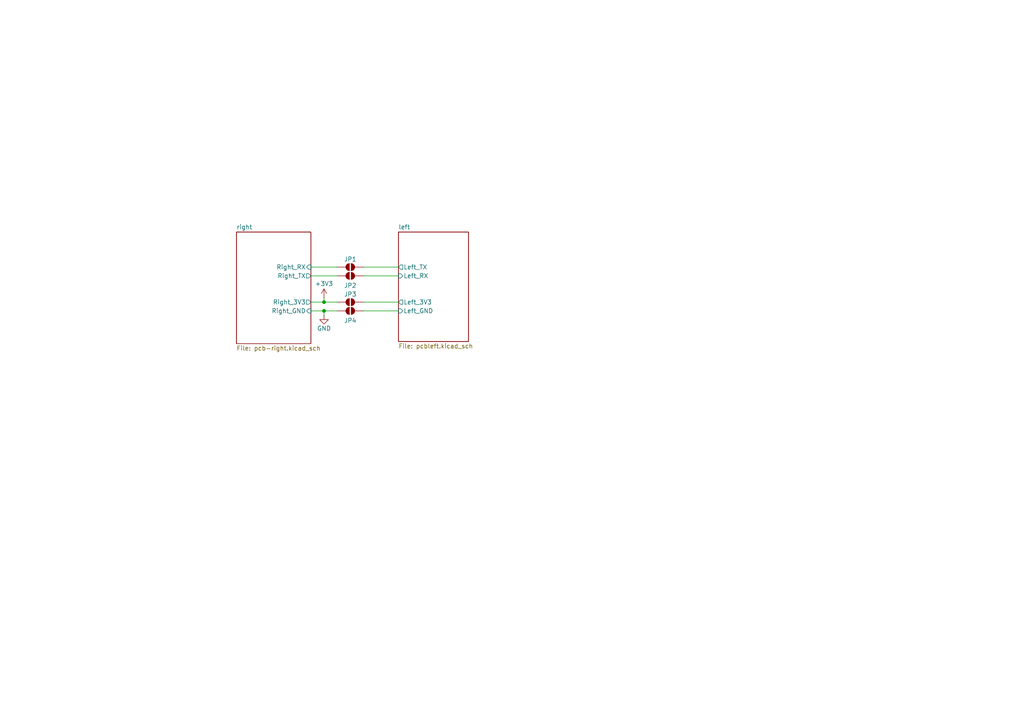
<source format=kicad_sch>
(kicad_sch (version 20250114) (generator "eeschema") (generator_version "9.0")
  (paper "A4")
  (lib_symbols
    (symbol "Jumper:SolderJumper_2_Open" (pin_numbers (hide yes)) (pin_names (offset 0) (hide yes)) (in_bom no)
      (property "Reference" "JP" (at 0 2.032 0))
      (property "Value" "SolderJumper_2_Open" (at 0 -2.54 0))
      (symbol "SolderJumper_2_Open_0_1"
        (polyline (pts (xy -0.254 1.016) (xy -0.254 -1.016)))
        (arc (start -0.254 -1.016) (mid -1.2656 0) (end -0.254 1.016))
        (arc (start -0.254 -1.016) (mid -1.2656 0) (end -0.254 1.016) (fill (type outline)))
        (arc (start 0.254 1.016) (mid 1.2656 0) (end 0.254 -1.016))
        (arc (start 0.254 1.016) (mid 1.2656 0) (end 0.254 -1.016) (fill (type outline)))
        (polyline (pts (xy 0.254 1.016) (xy 0.254 -1.016)))
      )
      (symbol "SolderJumper_2_Open_1_1"
        (pin passive line (at -3.81 0 0) (length 2.54) (name "A") (number "1"))
        (pin passive line (at 3.81 0 180) (length 2.54) (name "B") (number "2"))
      )
    )
    (symbol "power:+3V3" (power) (pin_numbers (hide yes)) (pin_names (offset 0) (hide yes))
      (property "Value" "+3V3" (at 0 3.556 0))
      (symbol "+3V3_0_1"
        (polyline (pts (xy -0.762 1.27) (xy 0 2.54)))
        (polyline (pts (xy 0 2.54) (xy 0.762 1.27)))
        (polyline (pts (xy 0 0) (xy 0 2.54)))
      )
      (symbol "+3V3_1_1"
        (pin power_in line (at 0 0 90) (length 0) (name "~") (number "1"))
      )
    )
    (symbol "power:GND" (power) (pin_numbers (hide yes)) (pin_names (offset 0) (hide yes))
      (property "Value" "GND" (at 0 -3.81 0))
      (symbol "GND_0_1"
        (polyline (pts (xy 0 0) (xy 0 -1.27) (xy 1.27 -1.27) (xy 0 -2.54) (xy -1.27 -1.27) (xy 0 -1.27)))
      )
      (symbol "GND_1_1"
        (pin power_in line (at 0 0 270) (length 0) (name "~") (number "1"))
      )
    )
  )
  (junction (at 93.98 90.17))
  (junction (at 93.98 87.63))
  (wire (pts (xy 105.41 80.01) (xy 115.57 80.01)))
  (wire (pts (xy 93.98 86.36) (xy 93.98 87.63)))
  (wire (pts (xy 105.41 90.17) (xy 115.57 90.17)))
  (wire (pts (xy 93.98 87.63) (xy 97.79 87.63)))
  (wire (pts (xy 90.17 87.63) (xy 93.98 87.63)))
  (wire (pts (xy 105.41 77.47) (xy 115.57 77.47)))
  (wire (pts (xy 105.41 87.63) (xy 115.57 87.63)))
  (wire (pts (xy 93.98 90.17) (xy 93.98 91.44)))
  (wire (pts (xy 93.98 90.17) (xy 97.79 90.17)))
  (wire (pts (xy 90.17 80.01) (xy 97.79 80.01)))
  (wire (pts (xy 90.17 77.47) (xy 97.79 77.47)))
  (wire (pts (xy 90.17 90.17) (xy 93.98 90.17)))
  (symbol (lib_id "Jumper:SolderJumper_2_Open") (at 101.6 80.01 0) (unit 1) (in_bom no)
    (property "Reference" "JP2" (at 101.6 82.804 0))
    (property "Value" "SolderJumper_2_Open" (effects (hide yes)))
    (property "Footprint" "Jumper:SolderJumper-2_P1.3mm_Open_RoundedPad1.0x1.5mm" (effects (hide yes)))
    (property "Description" "Solder Jumper, 2-pole, open" (effects (hide yes)))
  )
  (symbol (lib_id "Jumper:SolderJumper_2_Open") (at 101.6 77.47 0) (unit 1) (in_bom no)
    (property "Reference" "JP1" (at 101.6 75.184 0))
    (property "Value" "SolderJumper_2_Open" (effects (hide yes)))
    (property "Footprint" "Jumper:SolderJumper-2_P1.3mm_Open_RoundedPad1.0x1.5mm" (effects (hide yes)))
    (property "Description" "Solder Jumper, 2-pole, open" (effects (hide yes)))
  )
  (symbol (lib_id "Jumper:SolderJumper_2_Open") (at 101.6 87.63 0) (unit 1) (in_bom no)
    (property "Reference" "JP3" (at 101.6 85.344 0))
    (property "Value" "SolderJumper_2_Open" (effects (hide yes)))
    (property "Footprint" "Jumper:SolderJumper-2_P1.3mm_Open_RoundedPad1.0x1.5mm" (effects (hide yes)))
    (property "Description" "Solder Jumper, 2-pole, open" (effects (hide yes)))
  )
  (symbol (lib_id "Jumper:SolderJumper_2_Open") (at 101.6 90.17 0) (unit 1) (in_bom no)
    (property "Reference" "JP4" (at 101.6 92.964 0))
    (property "Value" "SolderJumper_2_Open" (effects (hide yes)))
    (property "Footprint" "Jumper:SolderJumper-2_P1.3mm_Open_RoundedPad1.0x1.5mm" (effects (hide yes)))
    (property "Description" "Solder Jumper, 2-pole, open" (effects (hide yes)))
  )
  (symbol (lib_id "power:GND") (at 93.98 91.44 0) (unit 1)
    (property "Reference" "#PWR05" (effects (hide yes)))
    (property "Value" "GND" (at 93.98 95.25 0))
    (property "Description" "Power symbol creates a global label with name \"GND\" , ground" (effects (hide yes)))
  )
  (symbol (lib_id "power:+3V3") (at 93.98 86.36 0) (unit 1)
    (property "Reference" "#PWR06" (effects (hide yes)))
    (property "Value" "+3V3" (at 93.98 82.296 0))
    (property "Description" "Power symbol creates a global label with name \"+3V3\"" (effects (hide yes)))
  )
  (sheet (at 68.58 67.31) (size 21.59 32.385) (stroke (width 0.1524))
    (property "Sheetname" "right" (at 68.58 66.5984 0) (effects (justify left bottom)))
    (property "Sheetfile" "pcb-right.kicad_sch" (at 68.58 100.2796 0) (effects (justify left top)))
    (pin "Right_RX" input (at 90.17 77.47 0))
    (pin "Right_TX" output (at 90.17 80.01 0))
    (pin "Right_3V3" output (at 90.17 87.63 0))
    (pin "Right_GND" input (at 90.17 90.17 0))
  )
  (sheet (at 115.57 67.31) (size 20.32 31.75) (stroke (width 0.1524))
    (property "Sheetname" "left" (at 115.57 66.5984 0) (effects (justify left bottom)))
    (property "Sheetfile" "pcbleft.kicad_sch" (at 115.57 99.6446 0) (effects (justify left top)))
    (pin "Left_RX" input (at 115.57 80.01 180))
    (pin "Left_TX" output (at 115.57 77.47 180))
    (pin "Left_3V3" output (at 115.57 87.63 180))
    (pin "Left_GND" input (at 115.57 90.17 180))
  )
)
</source>
